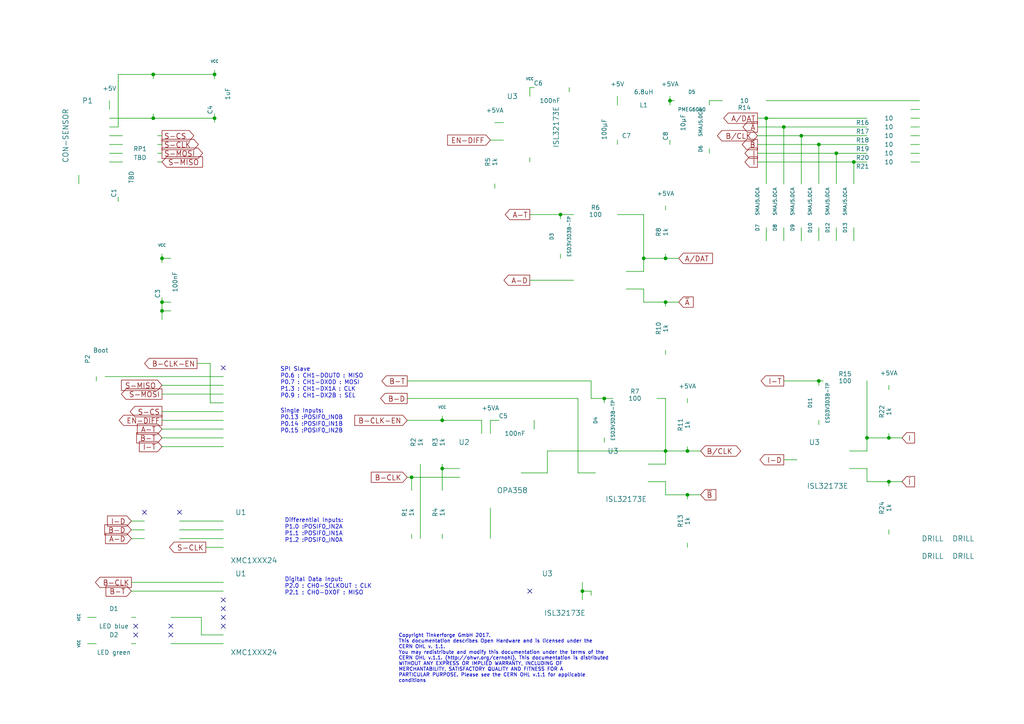
<source format=kicad_sch>
(kicad_sch (version 20230121) (generator eeschema)
  (paper "A4")
  (title_block (title "Industrial Encoder Bricklet") (date "2017-02-13") (rev "1.0") (company "Tinkerforge GmbH") (comment 1 "Licensed under CERN OHL v.1.1") (comment 2 "Copyright (©) 2017, B.Nordmeyer <bastian@tinkerforge.com>"))
  (lib_symbols)
  (junction (at 251.46 127))
  (junction (at 247.65 46.99))
  (junction (at 44.45 21.59))
  (junction (at 193.04 87.63))
  (junction (at 232.41 39.37))
  (junction (at 199.39 130.81))
  (junction (at 119.38 138.43))
  (junction (at 257.81 127))
  (junction (at 62.23 21.59))
  (junction (at 199.39 143.51))
  (junction (at 194.31 29.21))
  (junction (at 44.45 34.29))
  (junction (at 46.99 87.63))
  (junction (at 186.69 74.93))
  (junction (at 128.27 121.92))
  (junction (at 168.91 171.45))
  (junction (at 162.56 62.23))
  (junction (at 237.49 41.91))
  (junction (at 46.99 74.93))
  (junction (at 193.04 74.93))
  (junction (at 227.33 36.83))
  (junction (at 62.23 34.29))
  (junction (at 46.99 90.17))
  (junction (at 242.57 44.45))
  (junction (at 175.26 115.57))
  (junction (at 222.25 34.29))
  (junction (at 193.04 130.81))
  (junction (at 128.27 135.89))
  (junction (at 257.81 139.7))
  (junction (at 237.49 110.49))
  (no_connect (at 64.77 173.99))
  (no_connect (at 153.67 171.45))
  (no_connect (at 64.77 106.68))
  (no_connect (at 64.77 181.61))
  (no_connect (at 41.91 148.59))
  (no_connect (at 39.37 184.15))
  (no_connect (at 49.53 184.15))
  (no_connect (at 64.77 176.53))
  (no_connect (at 52.07 148.59))
  (no_connect (at 39.37 181.61))
  (no_connect (at 64.77 179.07))
  (no_connect (at 49.53 181.61))
  (wire (pts (xy 247.65 66.04) (xy 247.65 69.85)))
  (wire (pts (xy 128.27 121.92) (xy 128.27 120.65)))
  (wire (pts (xy 186.69 62.23) (xy 186.69 74.93)))
  (wire (pts (xy 175.26 115.57) (xy 177.8 115.57)))
  (wire (pts (xy 46.99 41.91) (xy 45.72 41.91)))
  (wire (pts (xy 64.77 127) (xy 46.99 127)))
  (wire (pts (xy 186.69 74.93) (xy 193.04 74.93)))
  (wire (pts (xy 205.74 29.21) (xy 209.55 29.21)))
  (wire (pts (xy 128.27 134.62) (xy 128.27 135.89)))
  (wire (pts (xy 158.75 130.81) (xy 158.75 137.16)))
  (wire (pts (xy 181.61 83.82) (xy 186.69 83.82)))
  (wire (pts (xy 257.81 125.73) (xy 257.81 127)))
  (wire (pts (xy 142.24 121.92) (xy 144.78 121.92)))
  (wire (pts (xy 227.33 36.83) (xy 251.46 36.83)))
  (wire (pts (xy 175.26 128.27) (xy 175.26 127)))
  (wire (pts (xy 143.51 35.56) (xy 146.05 35.56)))
  (wire (pts (xy 121.92 156.21) (xy 121.92 134.62)))
  (wire (pts (xy 237.49 41.91) (xy 237.49 53.34)))
  (wire (pts (xy 171.45 171.45) (xy 171.45 172.72)))
  (wire (pts (xy 38.1 186.69) (xy 39.37 186.69)))
  (wire (pts (xy 193.04 139.7) (xy 193.04 143.51)))
  (wire (pts (xy 205.74 30.48) (xy 205.74 29.21)))
  (wire (pts (xy 118.11 138.43) (xy 119.38 138.43)))
  (wire (pts (xy 199.39 130.81) (xy 203.2 130.81)))
  (wire (pts (xy 167.64 115.57) (xy 167.64 137.16)))
  (wire (pts (xy 251.46 130.81) (xy 246.38 130.81)))
  (wire (pts (xy 219.71 34.29) (xy 222.25 34.29)))
  (wire (pts (xy 49.53 186.69) (xy 64.77 186.69)))
  (wire (pts (xy 46.99 90.17) (xy 46.99 92.71)))
  (wire (pts (xy 38.1 179.07) (xy 39.37 179.07)))
  (wire (pts (xy 186.69 74.93) (xy 186.69 78.74)))
  (wire (pts (xy 257.81 154.94) (xy 257.81 153.67)))
  (wire (pts (xy 227.33 133.35) (xy 231.14 133.35)))
  (wire (pts (xy 27.94 110.49) (xy 27.94 109.22)))
  (wire (pts (xy 44.45 21.59) (xy 62.23 21.59)))
  (wire (pts (xy 242.57 66.04) (xy 242.57 69.85)))
  (wire (pts (xy 38.1 153.67) (xy 41.91 153.67)))
  (wire (pts (xy 64.77 121.92) (xy 46.99 121.92)))
  (wire (pts (xy 46.99 124.46) (xy 64.77 124.46)))
  (wire (pts (xy 153.67 27.94) (xy 153.67 25.4)))
  (wire (pts (xy 34.29 21.59) (xy 44.45 21.59)))
  (wire (pts (xy 222.25 69.85) (xy 222.25 66.04)))
  (wire (pts (xy 64.77 184.15) (xy 58.42 184.15)))
  (wire (pts (xy 46.99 46.99) (xy 45.72 46.99)))
  (wire (pts (xy 30.48 109.22) (xy 64.77 109.22)))
  (wire (pts (xy 128.27 121.92) (xy 139.7 121.92)))
  (wire (pts (xy 158.75 130.81) (xy 193.04 130.81)))
  (wire (pts (xy 31.75 31.75) (xy 31.75 29.21)))
  (wire (pts (xy 46.99 74.93) (xy 46.99 76.2)))
  (wire (pts (xy 257.81 127) (xy 261.62 127)))
  (wire (pts (xy 162.56 74.93) (xy 162.56 73.66)))
  (wire (pts (xy 237.49 110.49) (xy 238.76 110.49)))
  (wire (pts (xy 251.46 110.49) (xy 251.46 127)))
  (wire (pts (xy 266.7 34.29) (xy 264.16 34.29)))
  (wire (pts (xy 193.04 130.81) (xy 199.39 130.81)))
  (wire (pts (xy 62.23 34.29) (xy 62.23 35.56)))
  (wire (pts (xy 227.33 110.49) (xy 237.49 110.49)))
  (wire (pts (xy 46.99 111.76) (xy 64.77 111.76)))
  (wire (pts (xy 186.69 83.82) (xy 186.69 87.63)))
  (wire (pts (xy 25.4 186.69) (xy 27.94 186.69)))
  (wire (pts (xy 219.71 44.45) (xy 242.57 44.45)))
  (wire (pts (xy 199.39 144.78) (xy 199.39 143.51)))
  (wire (pts (xy 119.38 156.21) (xy 119.38 154.94)))
  (wire (pts (xy 44.45 22.86) (xy 44.45 21.59)))
  (wire (pts (xy 45.72 39.37) (xy 46.99 39.37)))
  (wire (pts (xy 142.24 125.73) (xy 142.24 121.92)))
  (wire (pts (xy 41.91 156.21) (xy 38.1 156.21)))
  (wire (pts (xy 232.41 69.85) (xy 232.41 66.04)))
  (wire (pts (xy 158.75 137.16) (xy 151.13 137.16)))
  (wire (pts (xy 142.24 156.21) (xy 142.24 147.32)))
  (wire (pts (xy 186.69 62.23) (xy 179.07 62.23)))
  (wire (pts (xy 34.29 36.83) (xy 31.75 36.83)))
  (wire (pts (xy 46.99 86.36) (xy 46.99 87.63)))
  (wire (pts (xy 139.7 121.92) (xy 139.7 125.73)))
  (wire (pts (xy 227.33 69.85) (xy 227.33 66.04)))
  (wire (pts (xy 199.39 129.54) (xy 199.39 130.81)))
  (wire (pts (xy 168.91 168.91) (xy 168.91 171.45)))
  (wire (pts (xy 199.39 143.51) (xy 203.2 143.51)))
  (wire (pts (xy 257.81 113.03) (xy 257.81 111.76)))
  (wire (pts (xy 193.04 74.93) (xy 196.85 74.93)))
  (wire (pts (xy 142.24 40.64) (xy 146.05 40.64)))
  (wire (pts (xy 60.96 105.41) (xy 57.15 105.41)))
  (wire (pts (xy 31.75 44.45) (xy 35.56 44.45)))
  (wire (pts (xy 34.29 21.59) (xy 34.29 36.83)))
  (wire (pts (xy 119.38 142.24) (xy 119.38 138.43)))
  (wire (pts (xy 257.81 140.97) (xy 257.81 139.7)))
  (wire (pts (xy 237.49 123.19) (xy 237.49 121.92)))
  (wire (pts (xy 34.29 58.42) (xy 34.29 57.15)))
  (wire (pts (xy 153.67 46.99) (xy 153.67 45.72)))
  (wire (pts (xy 199.39 158.75) (xy 199.39 157.48)))
  (wire (pts (xy 193.04 73.66) (xy 193.04 74.93)))
  (wire (pts (xy 219.71 39.37) (xy 232.41 39.37)))
  (wire (pts (xy 194.31 41.91) (xy 194.31 40.64)))
  (wire (pts (xy 171.45 115.57) (xy 175.26 115.57)))
  (wire (pts (xy 264.16 41.91) (xy 266.7 41.91)))
  (wire (pts (xy 118.11 110.49) (xy 171.45 110.49)))
  (wire (pts (xy 237.49 41.91) (xy 251.46 41.91)))
  (wire (pts (xy 193.04 88.9) (xy 193.04 87.63)))
  (wire (pts (xy 219.71 36.83) (xy 227.33 36.83)))
  (wire (pts (xy 222.25 34.29) (xy 222.25 53.34)))
  (wire (pts (xy 247.65 46.99) (xy 247.65 53.34)))
  (wire (pts (xy 52.07 151.13) (xy 64.77 151.13)))
  (wire (pts (xy 193.04 115.57) (xy 193.04 130.81)))
  (wire (pts (xy 62.23 21.59) (xy 62.23 22.86)))
  (wire (pts (xy 31.75 34.29) (xy 44.45 34.29)))
  (wire (pts (xy 119.38 138.43) (xy 133.35 138.43)))
  (wire (pts (xy 266.7 39.37) (xy 264.16 39.37)))
  (wire (pts (xy 251.46 135.89) (xy 251.46 139.7)))
  (wire (pts (xy 44.45 34.29) (xy 44.45 33.02)))
  (wire (pts (xy 193.04 134.62) (xy 187.96 134.62)))
  (wire (pts (xy 168.91 171.45) (xy 171.45 171.45)))
  (wire (pts (xy 193.04 115.57) (xy 190.5 115.57)))
  (wire (pts (xy 41.91 151.13) (xy 38.1 151.13)))
  (wire (pts (xy 31.75 39.37) (xy 35.56 39.37)))
  (wire (pts (xy 128.27 135.89) (xy 128.27 142.24)))
  (wire (pts (xy 128.27 156.21) (xy 128.27 154.94)))
  (wire (pts (xy 175.26 116.84) (xy 175.26 115.57)))
  (wire (pts (xy 167.64 137.16) (xy 172.72 137.16)))
  (wire (pts (xy 153.67 81.28) (xy 166.37 81.28)))
  (wire (pts (xy 227.33 36.83) (xy 227.33 53.34)))
  (wire (pts (xy 193.04 60.96) (xy 193.04 59.69)))
  (wire (pts (xy 46.99 73.66) (xy 46.99 74.93)))
  (wire (pts (xy 64.77 153.67) (xy 52.07 153.67)))
  (wire (pts (xy 222.25 34.29) (xy 251.46 34.29)))
  (wire (pts (xy 247.65 46.99) (xy 251.46 46.99)))
  (wire (pts (xy 46.99 114.3) (xy 64.77 114.3)))
  (wire (pts (xy 264.16 31.75) (xy 266.7 31.75)))
  (wire (pts (xy 49.53 74.93) (xy 46.99 74.93)))
  (wire (pts (xy 222.25 29.21) (xy 266.7 29.21)))
  (wire (pts (xy 162.56 62.23) (xy 166.37 62.23)))
  (wire (pts (xy 162.56 63.5) (xy 162.56 62.23)))
  (wire (pts (xy 165.1 26.67) (xy 165.1 25.4)))
  (wire (pts (xy 62.23 33.02) (xy 62.23 34.29)))
  (wire (pts (xy 45.72 44.45) (xy 46.99 44.45)))
  (wire (pts (xy 25.4 179.07) (xy 27.94 179.07)))
  (wire (pts (xy 251.46 127) (xy 257.81 127)))
  (wire (pts (xy 64.77 156.21) (xy 52.07 156.21)))
  (wire (pts (xy 232.41 39.37) (xy 232.41 53.34)))
  (wire (pts (xy 251.46 127) (xy 251.46 130.81)))
  (wire (pts (xy 46.99 87.63) (xy 49.53 87.63)))
  (wire (pts (xy 133.35 135.89) (xy 128.27 135.89)))
  (wire (pts (xy 143.51 54.61) (xy 143.51 53.34)))
  (wire (pts (xy 46.99 119.38) (xy 64.77 119.38)))
  (wire (pts (xy 44.45 34.29) (xy 62.23 34.29)))
  (wire (pts (xy 193.04 130.81) (xy 193.04 134.62)))
  (wire (pts (xy 64.77 116.84) (xy 60.96 116.84)))
  (wire (pts (xy 242.57 44.45) (xy 242.57 53.34)))
  (wire (pts (xy 194.31 29.21) (xy 195.58 29.21)))
  (wire (pts (xy 59.69 158.75) (xy 64.77 158.75)))
  (wire (pts (xy 193.04 143.51) (xy 199.39 143.51)))
  (wire (pts (xy 246.38 135.89) (xy 251.46 135.89)))
  (wire (pts (xy 186.69 78.74) (xy 181.61 78.74)))
  (wire (pts (xy 199.39 116.84) (xy 199.39 115.57)))
  (wire (pts (xy 46.99 129.54) (xy 64.77 129.54)))
  (wire (pts (xy 171.45 110.49) (xy 171.45 115.57)))
  (wire (pts (xy 58.42 184.15) (xy 58.42 179.07)))
  (wire (pts (xy 193.04 102.87) (xy 193.04 101.6)))
  (wire (pts (xy 257.81 139.7) (xy 261.62 139.7)))
  (wire (pts (xy 38.1 171.45) (xy 64.77 171.45)))
  (wire (pts (xy 168.91 171.45) (xy 168.91 173.99)))
  (wire (pts (xy 187.96 139.7) (xy 193.04 139.7)))
  (wire (pts (xy 49.53 90.17) (xy 46.99 90.17)))
  (wire (pts (xy 186.69 87.63) (xy 193.04 87.63)))
  (wire (pts (xy 38.1 168.91) (xy 64.77 168.91)))
  (wire (pts (xy 153.67 62.23) (xy 162.56 62.23)))
  (wire (pts (xy 118.11 121.92) (xy 128.27 121.92)))
  (wire (pts (xy 237.49 66.04) (xy 237.49 69.85)))
  (wire (pts (xy 118.11 115.57) (xy 167.64 115.57)))
  (wire (pts (xy 179.07 27.94) (xy 179.07 30.48)))
  (wire (pts (xy 242.57 44.45) (xy 251.46 44.45)))
  (wire (pts (xy 22.86 53.34) (xy 22.86 50.8)))
  (wire (pts (xy 31.75 46.99) (xy 35.56 46.99)))
  (wire (pts (xy 205.74 44.45) (xy 205.74 43.18)))
  (wire (pts (xy 219.71 41.91) (xy 237.49 41.91)))
  (wire (pts (xy 194.31 29.21) (xy 194.31 30.48)))
  (wire (pts (xy 31.75 41.91) (xy 35.56 41.91)))
  (wire (pts (xy 232.41 39.37) (xy 251.46 39.37)))
  (wire (pts (xy 154.94 121.92) (xy 154.94 124.46)))
  (wire (pts (xy 264.16 44.45) (xy 266.7 44.45)))
  (wire (pts (xy 219.71 46.99) (xy 247.65 46.99)))
  (wire (pts (xy 266.7 36.83) (xy 264.16 36.83)))
  (wire (pts (xy 49.53 179.07) (xy 58.42 179.07)))
  (wire (pts (xy 179.07 41.91) (xy 179.07 40.64)))
  (wire (pts (xy 251.46 139.7) (xy 257.81 139.7)))
  (wire (pts (xy 60.96 116.84) (xy 60.96 105.41)))
  (wire (pts (xy 194.31 27.94) (xy 194.31 29.21)))
  (wire (pts (xy 62.23 20.32) (xy 62.23 21.59)))
  (wire (pts (xy 153.67 25.4) (xy 154.94 25.4)))
  (wire (pts (xy 46.99 87.63) (xy 46.99 90.17)))
  (wire (pts (xy 264.16 46.99) (xy 266.7 46.99)))
  (wire (pts (xy 237.49 111.76) (xy 237.49 110.49)))
  (wire (pts (xy 193.04 87.63) (xy 196.85 87.63)))
  (text "Differential Inputs:\nP1.0 :POSIF0_IN2A\nP1.1 :POSIF0_IN1A\nP1.2 :POSIF0_IN0A\n" (at 82.55 157.48 0) (effects (font (size 1.1938 1.1938)) (justify left bottom)))
  (text "Single Inputs:\nP0.13 :POSIF0_IN0B\nP0.14 :POSIF0_IN1B\nP0.15 :POSIF0_IN2B" (at 81.28 125.73 0) (effects (font (size 1.1938 1.1938)) (justify left bottom)))
  (text "Copyright Tinkerforge GmbH 2017.\nThis documentation describes Open Hardware and is licensed under the\nCERN OHL v. 1.1.\nYou may redistribute and modify this documentation under the terms of the\nCERN OHL v.1.1. (http://ohwr.org/cernohl). This documentation is distributed\nWITHOUT ANY EXPRESS OR IMPLIED WARRANTY, INCLUDING OF\nMERCHANTABILITY, SATISFACTORY QUALITY AND FITNESS FOR A\nPARTICULAR PURPOSE. Please see the CERN OHL v.1.1 for applicable\nconditions\n" (at 115.57 198.12 0) (effects (font (size 1.016 1.016)) (justify left bottom)))
  (text "SPI Slave\nP0.6 : CH1-DOUT0 : MISO\nP0.7 : CH1-DX0D : MOSI\nP1.3 : CH1-DX1A : CLK\nP0.9 : CH1-DX2B : SEL\n" (at 81.28 115.57 0) (effects (font (size 1.1938 1.1938)) (justify left bottom)))
  (text "Digital Data Input:\nP2.0 : CH0-SCLKOUT : CLK\nP2.1 : CH0-DX0F : MISO" (at 82.55 172.72 0) (effects (font (size 1.1938 1.1938)) (justify left bottom)))
  (global_label "I-T" (shape input) (at 46.99 129.54 180) (effects (font (size 1.4986 1.4986))) (property "Intersheetrefs" "${INTERSHEET_REFS}" (effects hide)))
  (global_label "B-D" (shape input) (at 38.1 153.67 180) (effects (font (size 1.4986 1.4986))) (property "Intersheetrefs" "${INTERSHEET_REFS}" (effects hide)))
  (global_label "A/DAT" (shape output) (at 219.71 34.29 180) (effects (font (size 1.524 1.524))) (property "Intersheetrefs" "${INTERSHEET_REFS}" (effects hide)))
  (global_label "S-MOSI" (shape output) (at 46.99 44.45 0) (effects (font (size 1.524 1.524))) (property "Intersheetrefs" "${INTERSHEET_REFS}" (effects hide)))
  (global_label "I" (shape output) (at 219.71 44.45 180) (effects (font (size 1.524 1.524))) (property "Intersheetrefs" "${INTERSHEET_REFS}" (effects hide)))
  (global_label "~{A}" (shape input) (at 196.85 87.63 0) (effects (font (size 1.524 1.524))) (property "Intersheetrefs" "${INTERSHEET_REFS}" (effects hide)))
  (global_label "B-D" (shape output) (at 118.11 115.57 180) (effects (font (size 1.4986 1.4986))) (property "Intersheetrefs" "${INTERSHEET_REFS}" (effects hide)))
  (global_label "S-CS" (shape output) (at 46.99 119.38 180) (effects (font (size 1.524 1.524))) (property "Intersheetrefs" "${INTERSHEET_REFS}" (effects hide)))
  (global_label "~{I}" (shape output) (at 219.71 46.99 180) (effects (font (size 1.524 1.524))) (property "Intersheetrefs" "${INTERSHEET_REFS}" (effects hide)))
  (global_label "~{I}" (shape input) (at 261.62 139.7 0) (effects (font (size 1.524 1.524))) (property "Intersheetrefs" "${INTERSHEET_REFS}" (effects hide)))
  (global_label "A-D" (shape output) (at 153.67 81.28 180) (effects (font (size 1.4986 1.4986))) (property "Intersheetrefs" "${INTERSHEET_REFS}" (effects hide)))
  (global_label "A-T" (shape input) (at 46.99 124.46 180) (effects (font (size 1.4986 1.4986))) (property "Intersheetrefs" "${INTERSHEET_REFS}" (effects hide)))
  (global_label "B-CLK" (shape input) (at 118.11 138.43 180) (effects (font (size 1.4986 1.4986))) (property "Intersheetrefs" "${INTERSHEET_REFS}" (effects hide)))
  (global_label "B-T" (shape input) (at 46.99 127 180) (effects (font (size 1.4986 1.4986))) (property "Intersheetrefs" "${INTERSHEET_REFS}" (effects hide)))
  (global_label "B/CLK" (shape bidirectional) (at 219.71 39.37 180) (effects (font (size 1.524 1.524))) (property "Intersheetrefs" "${INTERSHEET_REFS}" (effects hide)))
  (global_label "A-T" (shape output) (at 153.67 62.23 180) (effects (font (size 1.4986 1.4986))) (property "Intersheetrefs" "${INTERSHEET_REFS}" (effects hide)))
  (global_label "S-CS" (shape output) (at 46.99 39.37 0) (effects (font (size 1.524 1.524))) (property "Intersheetrefs" "${INTERSHEET_REFS}" (effects hide)))
  (global_label "S-CLK" (shape output) (at 59.69 158.75 180) (effects (font (size 1.524 1.524))) (property "Intersheetrefs" "${INTERSHEET_REFS}" (effects hide)))
  (global_label "B-CLK" (shape output) (at 38.1 168.91 180) (effects (font (size 1.4986 1.4986))) (property "Intersheetrefs" "${INTERSHEET_REFS}" (effects hide)))
  (global_label "~{A}" (shape output) (at 219.71 36.83 180) (effects (font (size 1.524 1.524))) (property "Intersheetrefs" "${INTERSHEET_REFS}" (effects hide)))
  (global_label "S-MISO" (shape input) (at 46.99 46.99 0) (effects (font (size 1.524 1.524))) (property "Intersheetrefs" "${INTERSHEET_REFS}" (effects hide)))
  (global_label "A/DAT" (shape input) (at 196.85 74.93 0) (effects (font (size 1.524 1.524))) (property "Intersheetrefs" "${INTERSHEET_REFS}" (effects hide)))
  (global_label "EN-DIFF" (shape input) (at 142.24 40.64 180) (effects (font (size 1.4986 1.4986))) (property "Intersheetrefs" "${INTERSHEET_REFS}" (effects hide)))
  (global_label "S-CLK" (shape output) (at 46.99 41.91 0) (effects (font (size 1.524 1.524))) (property "Intersheetrefs" "${INTERSHEET_REFS}" (effects hide)))
  (global_label "~{B}" (shape input) (at 203.2 143.51 0) (effects (font (size 1.524 1.524))) (property "Intersheetrefs" "${INTERSHEET_REFS}" (effects hide)))
  (global_label "B/CLK" (shape bidirectional) (at 203.2 130.81 0) (effects (font (size 1.524 1.524))) (property "Intersheetrefs" "${INTERSHEET_REFS}" (effects hide)))
  (global_label "S-MISO" (shape input) (at 46.99 111.76 180) (effects (font (size 1.524 1.524))) (property "Intersheetrefs" "${INTERSHEET_REFS}" (effects hide)))
  (global_label "~{B}" (shape output) (at 219.71 41.91 180) (effects (font (size 1.524 1.524))) (property "Intersheetrefs" "${INTERSHEET_REFS}" (effects hide)))
  (global_label "B-CLK-EN" (shape input) (at 118.11 121.92 180) (effects (font (size 1.4986 1.4986))) (property "Intersheetrefs" "${INTERSHEET_REFS}" (effects hide)))
  (global_label "A-D" (shape input) (at 38.1 156.21 180) (effects (font (size 1.4986 1.4986))) (property "Intersheetrefs" "${INTERSHEET_REFS}" (effects hide)))
  (global_label "I-D" (shape input) (at 38.1 151.13 180) (effects (font (size 1.4986 1.4986))) (property "Intersheetrefs" "${INTERSHEET_REFS}" (effects hide)))
  (global_label "I-D" (shape output) (at 227.33 133.35 180) (effects (font (size 1.4986 1.4986))) (property "Intersheetrefs" "${INTERSHEET_REFS}" (effects hide)))
  (global_label "B-T" (shape output) (at 118.11 110.49 180) (effects (font (size 1.4986 1.4986))) (property "Intersheetrefs" "${INTERSHEET_REFS}" (effects hide)))
  (global_label "EN-DIFF" (shape output) (at 46.99 121.92 180) (effects (font (size 1.4986 1.4986))) (property "Intersheetrefs" "${INTERSHEET_REFS}" (effects hide)))
  (global_label "S-MOSI" (shape output) (at 46.99 114.3 180) (effects (font (size 1.524 1.524))) (property "Intersheetrefs" "${INTERSHEET_REFS}" (effects hide)))
  (global_label "I" (shape input) (at 261.62 127 0) (effects (font (size 1.524 1.524))) (property "Intersheetrefs" "${INTERSHEET_REFS}" (effects hide)))
  (global_label "B-CLK-EN" (shape output) (at 57.15 105.41 180) (effects (font (size 1.4986 1.4986))) (property "Intersheetrefs" "${INTERSHEET_REFS}" (effects hide)))
  (global_label "B-T" (shape input) (at 38.1 171.45 180) (effects (font (size 1.4986 1.4986))) (property "Intersheetrefs" "${INTERSHEET_REFS}" (effects hide)))
  (global_label "I-T" (shape output) (at 227.33 110.49 180) (effects (font (size 1.4986 1.4986))) (property "Intersheetrefs" "${INTERSHEET_REFS}" (effects hide)))
  (symbol (lib_id "CON-SENSOR2") (at 22.86 39.37 0) (mirror y) (unit 1)
    (property "Reference" "P1" (at 25.4 29.21 0) (effects (font (size 1.524 1.524))))
    (property "Value" "CON-SENSOR" (at 19.05 39.37 90) (effects (font (size 1.524 1.524))))
    (property "Footprint" "kicad-libraries:CON-SENSOR2" (effects hide))
  )
  (symbol (lib_id "DRILL") (at 279.4 156.21 0) (unit 1)
    (property "Reference" "U6" (effects hide))
    (property "Value" "DRILL" (at 279.4 156.21 0) (effects (font (size 1.524 1.524))))
    (property "Footprint" "kicad-libraries:DRILL_NP" (effects hide))
  )
  (symbol (lib_id "DRILL") (at 279.4 161.29 0) (unit 1)
    (property "Reference" "U7" (effects hide))
    (property "Value" "DRILL" (at 279.4 161.29 0) (effects (font (size 1.524 1.524))))
    (property "Footprint" "kicad-libraries:DRILL_NP" (effects hide))
  )
  (symbol (lib_id "DRILL") (at 270.51 161.29 0) (unit 1)
    (property "Reference" "U5" (effects hide))
    (property "Value" "DRILL" (at 270.51 161.29 0) (effects (font (size 1.524 1.524))))
    (property "Footprint" "kicad-libraries:DRILL_NP" (effects hide))
  )
  (symbol (lib_id "DRILL") (at 270.51 156.21 0) (unit 1)
    (property "Reference" "U4" (effects hide))
    (property "Value" "DRILL" (at 270.51 156.21 0) (effects (font (size 1.524 1.524))))
    (property "Footprint" "kicad-libraries:DRILL_NP" (effects hide))
  )
  (symbol (lib_id "C") (at 44.45 27.94 180) (unit 1)
    (property "Reference" "C2" (at 43.18 30.48 90) (effects (justify left)))
    (property "Value" "10uF" (at 48.26 25.4 90) (effects (justify left)))
    (property "Footprint" "kicad-libraries:C0805" (effects hide))
  )
  (symbol (lib_id "XMC1XXX24") (at 73.66 177.8 0) (unit 4)
    (property "Reference" "U1" (at 69.85 166.37 0) (effects (font (size 1.524 1.524))))
    (property "Value" "XMC1XXX24" (at 73.66 189.23 0) (effects (font (size 1.524 1.524))))
    (property "Footprint" "kicad-libraries:QFN24-4x4mm-0.5mm" (effects hide))
  )
  (symbol (lib_id "XMC1XXX24") (at 58.42 82.55 0) (unit 1)
    (property "Reference" "U1" (at 54.61 72.39 0) (effects (font (size 1.524 1.524))))
    (property "Value" "XMC1XXX24" (at 59.69 93.98 0) (effects (font (size 1.524 1.524))))
    (property "Footprint" "kicad-libraries:QFN24-4x4mm-0.5mm" (effects hide))
  )
  (symbol (lib_id "XMC1XXX24") (at 73.66 154.94 0) (unit 3)
    (property "Reference" "U1" (at 69.85 148.59 0) (effects (font (size 1.524 1.524))))
    (property "Value" "XMC1XXX24" (at 73.66 162.56 0) (effects (font (size 1.524 1.524))))
    (property "Footprint" "kicad-libraries:QFN24-4x4mm-0.5mm" (effects hide))
  )
  (symbol (lib_id "XMC1XXX24") (at 73.66 118.11 0) (unit 2)
    (property "Reference" "U1" (at 69.85 104.14 0) (effects (font (size 1.524 1.524))))
    (property "Value" "XMC1XXX24" (at 73.66 132.08 0) (effects (font (size 1.524 1.524))))
    (property "Footprint" "kicad-libraries:QFN24-4x4mm-0.5mm" (effects hide))
  )
  (symbol (lib_id "GND") (at 22.86 53.34 0) (unit 1)
    (property "Reference" "#PWR01" (effects hide))
    (property "Value" "GND" (effects hide))
  )
  (symbol (lib_id "GND") (at 46.99 92.71 0) (unit 1)
    (property "Reference" "#PWR02" (effects hide))
    (property "Value" "GND" (effects hide))
  )
  (symbol (lib_id "C") (at 62.23 27.94 180) (unit 1)
    (property "Reference" "C4" (at 60.96 30.48 90) (effects (justify left)))
    (property "Value" "1uF" (at 66.04 25.4 90) (effects (justify left)))
    (property "Footprint" "kicad-libraries:C0603F" (effects hide))
  )
  (symbol (lib_id "GND") (at 62.23 35.56 0) (unit 1)
    (property "Reference" "#PWR03" (effects hide))
    (property "Value" "GND" (effects hide))
  )
  (symbol (lib_id "VCC") (at 62.23 20.32 0) (unit 1)
    (property "Reference" "#PWR04" (effects hide))
    (property "Value" "VCC" (at 62.23 17.78 0) (effects (font (size 0.762 0.762))))
  )
  (symbol (lib_id "C") (at 46.99 81.28 180) (unit 1)
    (property "Reference" "C3" (at 45.72 83.82 90) (effects (justify left)))
    (property "Value" "100nF" (at 50.8 78.74 90) (effects (justify left)))
    (property "Footprint" "kicad-libraries:C0603F" (effects hide))
  )
  (symbol (lib_id "VCC") (at 46.99 73.66 0) (unit 1)
    (property "Reference" "#PWR05" (effects hide))
    (property "Value" "VCC" (at 46.99 71.12 0) (effects (font (size 0.762 0.762))))
  )
  (symbol (lib_id "LED") (at 33.02 179.07 0) (unit 1)
    (property "Reference" "D1" (at 33.02 176.53 0))
    (property "Value" "LED blue" (at 33.02 181.61 0))
    (property "Footprint" "kicad-libraries:D0603E" (effects hide))
  )
  (symbol (lib_id "VCC") (at 25.4 179.07 90) (unit 1)
    (property "Reference" "#PWR06" (effects hide))
    (property "Value" "VCC" (at 22.86 179.07 0) (effects (font (size 0.762 0.762))))
  )
  (symbol (lib_id "CONN_01X02") (at 29.21 104.14 90) (unit 1)
    (property "Reference" "P2" (at 25.4 104.14 0))
    (property "Value" "Boot" (at 29.21 101.6 90))
    (property "Footprint" "kicad-libraries:SolderJumper" (effects hide))
  )
  (symbol (lib_id "GND") (at 27.94 110.49 0) (mirror y) (unit 1)
    (property "Reference" "#PWR07" (effects hide))
    (property "Value" "GND" (effects hide))
  )
  (symbol (lib_id "LED") (at 33.02 186.69 0) (unit 1)
    (property "Reference" "D2" (at 33.02 184.15 0))
    (property "Value" "LED green" (at 33.02 189.23 0))
    (property "Footprint" "kicad-libraries:D0603E" (effects hide))
  )
  (symbol (lib_id "VCC") (at 25.4 186.69 90) (unit 1)
    (property "Reference" "#PWR043" (effects hide))
    (property "Value" "VCC" (at 22.86 186.69 0) (effects (font (size 0.762 0.762))))
  )
  (symbol (lib_id "R_PACK4") (at 44.45 187.96 0) (unit 1)
    (property "Reference" "RP2" (at 44.45 182.88 0))
    (property "Value" "1k" (at 44.45 185.42 0))
    (property "Footprint" "kicad-libraries:0603X4" (effects hide))
  )
  (symbol (lib_id "CONN_8") (at 275.59 38.1 0) (unit 1)
    (property "Reference" "P3" (at 274.32 38.1 90) (effects (font (size 1.524 1.524))))
    (property "Value" "CONN_8" (at 276.86 38.1 90) (effects (font (size 1.524 1.524))))
    (property "Footprint" "OQ_8P" (effects hide))
  )
  (symbol (lib_id "+5V") (at 31.75 29.21 0) (unit 1)
    (property "Reference" "#PWR08" (effects hide))
    (property "Value" "+5V" (at 31.75 25.654 0))
  )
  (symbol (lib_id "+5V") (at 179.07 27.94 0) (unit 1)
    (property "Reference" "#PWR09" (effects hide))
    (property "Value" "+5V" (at 179.07 24.384 0))
  )
  (symbol (lib_id "CP1") (at 179.07 35.56 0) (unit 1)
    (property "Reference" "C7" (at 180.34 39.37 0) (effects (justify left)))
    (property "Value" "100µF" (at 175.26 40.64 90) (effects (justify left)))
    (property "Footprint" "3528-21" (effects hide))
  )
  (symbol (lib_id "DIODESCH") (at 200.66 29.21 0) (unit 1)
    (property "Reference" "D5" (at 200.66 26.67 0) (effects (font (size 1.016 1.016))))
    (property "Value" "PMEG6050" (at 200.66 31.75 0) (effects (font (size 1.016 1.016))))
    (property "Footprint" "SOD-128" (effects hide))
  )
  (symbol (lib_id "GND") (at 179.07 41.91 0) (unit 1)
    (property "Reference" "#PWR010" (effects hide))
    (property "Value" "GND" (effects hide))
  )
  (symbol (lib_id "GND") (at 205.74 44.45 0) (unit 1)
    (property "Reference" "#PWR011" (effects hide))
    (property "Value" "GND" (effects hide))
  )
  (symbol (lib_id "INDUCTOR") (at 186.69 29.21 90) (unit 1)
    (property "Reference" "L1" (at 186.69 30.48 90))
    (property "Value" "6.8uH" (at 186.69 26.67 90))
    (property "Footprint" "kicad-libraries:WE-LQ-1210" (effects hide))
  )
  (symbol (lib_id "C") (at 194.31 35.56 180) (unit 1)
    (property "Reference" "C8" (at 193.04 38.1 90) (effects (justify left)))
    (property "Value" "10µF" (at 198.12 33.02 90) (effects (justify left)))
    (property "Footprint" "kicad-libraries:C0805" (effects hide))
  )
  (symbol (lib_id "GND") (at 194.31 41.91 0) (unit 1)
    (property "Reference" "#PWR012" (effects hide))
    (property "Value" "GND" (effects hide))
  )
  (symbol (lib_id "GND") (at 264.16 31.75 270) (unit 1)
    (property "Reference" "#PWR013" (effects hide))
    (property "Value" "GND" (effects hide))
  )
  (symbol (lib_id "R") (at 215.9 29.21 270) (unit 1)
    (property "Reference" "R14" (at 215.9 31.242 90))
    (property "Value" "10" (at 215.9 29.21 90))
    (property "Footprint" "R1206" (effects hide))
  )
  (symbol (lib_id "OPA358") (at 142.24 137.16 0) (unit 1)
    (property "Reference" "U2" (at 134.62 128.27 0) (effects (font (size 1.524 1.524))))
    (property "Value" "OPA358" (at 148.59 142.24 0) (effects (font (size 1.524 1.524))))
    (property "Footprint" "SC70-6" (effects hide))
  )
  (symbol (lib_id "R") (at 257.81 34.29 270) (unit 1)
    (property "Reference" "R16" (at 250.19 35.56 90))
    (property "Value" "10" (at 257.81 34.29 90))
    (property "Footprint" "R1206" (effects hide))
  )
  (symbol (lib_id "R") (at 257.81 36.83 270) (unit 1)
    (property "Reference" "R17" (at 250.19 38.1 90))
    (property "Value" "10" (at 257.81 36.83 90))
    (property "Footprint" "R1206" (effects hide))
  )
  (symbol (lib_id "R") (at 257.81 39.37 270) (unit 1)
    (property "Reference" "R18" (at 250.19 40.64 90))
    (property "Value" "10" (at 257.81 39.37 90))
    (property "Footprint" "R1206" (effects hide))
  )
  (symbol (lib_id "R") (at 257.81 41.91 270) (unit 1)
    (property "Reference" "R19" (at 250.19 43.18 90))
    (property "Value" "10" (at 257.81 41.91 90))
    (property "Footprint" "R1206" (effects hide))
  )
  (symbol (lib_id "R") (at 257.81 44.45 270) (unit 1)
    (property "Reference" "R20" (at 250.19 45.72 90))
    (property "Value" "10" (at 257.81 44.45 90))
    (property "Footprint" "R1206" (effects hide))
  )
  (symbol (lib_id "R") (at 257.81 46.99 270) (unit 1)
    (property "Reference" "R21" (at 250.19 48.26 90))
    (property "Value" "10" (at 257.81 46.99 90))
    (property "Footprint" "R1206" (effects hide))
  )
  (symbol (lib_id "TVS") (at 247.65 59.69 270) (unit 1)
    (property "Reference" "D13" (at 245.11 66.04 0) (effects (font (size 1.016 1.016))))
    (property "Value" "SMAJ5.0CA" (at 245.11 58.42 0) (effects (font (size 1.016 1.016))))
    (property "Footprint" "DO-214AC" (effects hide))
  )
  (symbol (lib_id "TVS") (at 242.57 59.69 270) (unit 1)
    (property "Reference" "D12" (at 240.03 66.04 0) (effects (font (size 1.016 1.016))))
    (property "Value" "SMAJ5.0CA" (at 240.03 58.42 0) (effects (font (size 1.016 1.016))))
    (property "Footprint" "DO-214AC" (effects hide))
  )
  (symbol (lib_id "TVS") (at 237.49 59.69 270) (unit 1)
    (property "Reference" "D10" (at 234.95 66.04 0) (effects (font (size 1.016 1.016))))
    (property "Value" "SMAJ5.0CA" (at 234.95 58.42 0) (effects (font (size 1.016 1.016))))
    (property "Footprint" "DO-214AC" (effects hide))
  )
  (symbol (lib_id "TVS") (at 232.41 59.69 270) (unit 1)
    (property "Reference" "D9" (at 229.87 66.04 0) (effects (font (size 1.016 1.016))))
    (property "Value" "SMAJ5.0CA" (at 229.87 58.42 0) (effects (font (size 1.016 1.016))))
    (property "Footprint" "DO-214AC" (effects hide))
  )
  (symbol (lib_id "TVS") (at 227.33 59.69 270) (unit 1)
    (property "Reference" "D8" (at 224.79 66.04 0) (effects (font (size 1.016 1.016))))
    (property "Value" "SMAJ5.0CA" (at 224.79 58.42 0) (effects (font (size 1.016 1.016))))
    (property "Footprint" "DO-214AC" (effects hide))
  )
  (symbol (lib_id "TVS") (at 222.25 59.69 270) (unit 1)
    (property "Reference" "D7" (at 219.71 66.04 0) (effects (font (size 1.016 1.016))))
    (property "Value" "SMAJ5.0CA" (at 219.71 58.42 0) (effects (font (size 1.016 1.016))))
    (property "Footprint" "DO-214AC" (effects hide))
  )
  (symbol (lib_id "GND") (at 247.65 69.85 0) (unit 1)
    (property "Reference" "#PWR014" (effects hide))
    (property "Value" "GND" (effects hide))
  )
  (symbol (lib_id "GND") (at 242.57 69.85 0) (unit 1)
    (property "Reference" "#PWR015" (effects hide))
    (property "Value" "GND" (effects hide))
  )
  (symbol (lib_id "GND") (at 237.49 69.85 0) (unit 1)
    (property "Reference" "#PWR016" (effects hide))
    (property "Value" "GND" (effects hide))
  )
  (symbol (lib_id "GND") (at 232.41 69.85 0) (unit 1)
    (property "Reference" "#PWR017" (effects hide))
    (property "Value" "GND" (effects hide))
  )
  (symbol (lib_id "GND") (at 227.33 69.85 0) (unit 1)
    (property "Reference" "#PWR018" (effects hide))
    (property "Value" "GND" (effects hide))
  )
  (symbol (lib_id "GND") (at 222.25 69.85 0) (unit 1)
    (property "Reference" "#PWR019" (effects hide))
    (property "Value" "GND" (effects hide))
  )
  (symbol (lib_id "R") (at 193.04 81.28 180) (unit 1)
    (property "Reference" "R9" (at 191.008 81.28 90))
    (property "Value" "150" (at 193.04 81.28 90))
    (property "Footprint" "R0603F" (effects hide))
  )
  (symbol (lib_id "R") (at 193.04 67.31 180) (unit 1)
    (property "Reference" "R8" (at 191.008 67.31 90))
    (property "Value" "1k" (at 193.04 67.31 90))
    (property "Footprint" "R0603F" (effects hide))
  )
  (symbol (lib_id "R") (at 193.04 95.25 180) (unit 1)
    (property "Reference" "R10" (at 191.008 95.25 90))
    (property "Value" "1k" (at 193.04 95.25 90))
    (property "Footprint" "R0603F" (effects hide))
  )
  (symbol (lib_id "GND") (at 193.04 102.87 0) (unit 1)
    (property "Reference" "#PWR020" (effects hide))
    (property "Value" "GND" (effects hide))
  )
  (symbol (lib_id "+5VA") (at 194.31 27.94 0) (unit 1)
    (property "Reference" "#PWR021" (effects hide))
    (property "Value" "+5VA" (at 194.31 24.384 0))
  )
  (symbol (lib_id "+5VA") (at 193.04 59.69 0) (unit 1)
    (property "Reference" "#PWR022" (effects hide))
    (property "Value" "+5VA" (at 193.04 56.134 0))
  )
  (symbol (lib_id "ISL32173E") (at 153.67 38.1 0) (unit 1)
    (property "Reference" "U3" (at 148.59 27.94 0) (effects (font (size 1.4986 1.4986))))
    (property "Value" "ISL32173E" (at 161.29 36.83 90) (effects (font (size 1.4986 1.4986))))
    (property "Footprint" "SOIC16" (effects hide))
  )
  (symbol (lib_id "ISL32173E") (at 173.99 81.28 0) (mirror y) (unit 3)
    (property "Reference" "U3" (at 171.45 76.2 0) (effects (font (size 1.4986 1.4986))))
    (property "Value" "ISL32173E" (at 173.99 88.9 0) (effects (font (size 1.4986 1.4986))))
    (property "Footprint" "SOIC16" (effects hide))
  )
  (symbol (lib_id "ISL32173E") (at 180.34 137.16 0) (mirror y) (unit 4)
    (property "Reference" "U3" (at 177.8 130.81 0) (effects (font (size 1.4986 1.4986))))
    (property "Value" "ISL32173E" (at 181.61 144.78 0) (effects (font (size 1.4986 1.4986))))
    (property "Footprint" "SOIC16" (effects hide))
  )
  (symbol (lib_id "ISL32173E") (at 238.76 133.35 0) (mirror y) (unit 5)
    (property "Reference" "U3" (at 236.22 128.27 0) (effects (font (size 1.4986 1.4986))))
    (property "Value" "ISL32173E" (at 240.03 140.97 0) (effects (font (size 1.4986 1.4986))))
    (property "Footprint" "SOIC16" (effects hide))
  )
  (symbol (lib_id "ISL32173E") (at 161.29 171.45 0) (mirror y) (unit 2)
    (property "Reference" "U3" (at 158.75 166.37 0) (effects (font (size 1.4986 1.4986))))
    (property "Value" "ISL32173E" (at 163.83 177.8 0) (effects (font (size 1.4986 1.4986))))
    (property "Footprint" "SOIC16" (effects hide))
  )
  (symbol (lib_id "GND") (at 171.45 172.72 0) (unit 1)
    (property "Reference" "#PWR023" (effects hide))
    (property "Value" "GND" (effects hide))
  )
  (symbol (lib_id "R") (at 199.39 137.16 180) (unit 1)
    (property "Reference" "R12" (at 197.358 137.16 90))
    (property "Value" "150" (at 199.39 137.16 90))
    (property "Footprint" "R0603F" (effects hide))
  )
  (symbol (lib_id "R") (at 199.39 123.19 180) (unit 1)
    (property "Reference" "R11" (at 197.358 123.19 90))
    (property "Value" "1k" (at 199.39 123.19 90))
    (property "Footprint" "R0603F" (effects hide))
  )
  (symbol (lib_id "R") (at 199.39 151.13 180) (unit 1)
    (property "Reference" "R13" (at 197.358 151.13 90))
    (property "Value" "1k" (at 199.39 151.13 90))
    (property "Footprint" "R0603F" (effects hide))
  )
  (symbol (lib_id "GND") (at 199.39 158.75 0) (unit 1)
    (property "Reference" "#PWR024" (effects hide))
    (property "Value" "GND" (effects hide))
  )
  (symbol (lib_id "+5VA") (at 199.39 115.57 0) (unit 1)
    (property "Reference" "#PWR025" (effects hide))
    (property "Value" "+5VA" (at 199.39 112.014 0))
  )
  (symbol (lib_id "R") (at 257.81 133.35 180) (unit 1)
    (property "Reference" "R23" (at 255.778 133.35 90))
    (property "Value" "150" (at 257.81 133.35 90))
    (property "Footprint" "R0603F" (effects hide))
  )
  (symbol (lib_id "R") (at 257.81 119.38 180) (unit 1)
    (property "Reference" "R22" (at 255.778 119.38 90))
    (property "Value" "1k" (at 257.81 119.38 90))
    (property "Footprint" "R0603F" (effects hide))
  )
  (symbol (lib_id "R") (at 257.81 147.32 180) (unit 1)
    (property "Reference" "R24" (at 255.778 147.32 90))
    (property "Value" "1k" (at 257.81 147.32 90))
    (property "Footprint" "R0603F" (effects hide))
  )
  (symbol (lib_id "GND") (at 257.81 154.94 0) (unit 1)
    (property "Reference" "#PWR026" (effects hide))
    (property "Value" "GND" (effects hide))
  )
  (symbol (lib_id "+5VA") (at 257.81 111.76 0) (unit 1)
    (property "Reference" "#PWR027" (effects hide))
    (property "Value" "+5VA" (at 257.81 108.204 0))
  )
  (symbol (lib_id "R") (at 128.27 128.27 180) (unit 1)
    (property "Reference" "R3" (at 126.238 128.27 90))
    (property "Value" "1k" (at 128.27 128.27 90))
    (property "Footprint" "R0603F" (effects hide))
  )
  (symbol (lib_id "R") (at 128.27 148.59 180) (unit 1)
    (property "Reference" "R4" (at 126.238 148.59 90))
    (property "Value" "1k" (at 128.27 148.59 90))
    (property "Footprint" "R0603F" (effects hide))
  )
  (symbol (lib_id "GND") (at 128.27 156.21 0) (unit 1)
    (property "Reference" "#PWR028" (effects hide))
    (property "Value" "GND" (effects hide))
  )
  (symbol (lib_id "VCC") (at 128.27 120.65 0) (unit 1)
    (property "Reference" "#PWR029" (effects hide))
    (property "Value" "VCC" (at 128.27 118.11 0) (effects (font (size 0.762 0.762))))
  )
  (symbol (lib_id "+5VA") (at 142.24 121.92 0) (unit 1)
    (property "Reference" "#PWR030" (effects hide))
    (property "Value" "+5VA" (at 142.24 118.364 0))
  )
  (symbol (lib_id "R") (at 121.92 128.27 180) (unit 1)
    (property "Reference" "R2" (at 119.888 128.27 90))
    (property "Value" "1k" (at 121.92 128.27 90))
    (property "Footprint" "R0603F" (effects hide))
  )
  (symbol (lib_id "GND") (at 121.92 156.21 0) (unit 1)
    (property "Reference" "#PWR031" (effects hide))
    (property "Value" "GND" (effects hide))
  )
  (symbol (lib_id "TVS") (at 205.74 36.83 270) (unit 1)
    (property "Reference" "D6" (at 203.2 43.18 0) (effects (font (size 1.016 1.016))))
    (property "Value" "SMAJ5.0CA" (at 203.2 35.56 0) (effects (font (size 1.016 1.016))))
    (property "Footprint" "DO-214AC" (effects hide))
  )
  (symbol (lib_id "C") (at 149.86 121.92 90) (unit 1)
    (property "Reference" "C5" (at 147.32 120.65 90) (effects (justify left)))
    (property "Value" "100nF" (at 152.4 125.73 90) (effects (justify left)))
    (property "Footprint" "kicad-libraries:C0603F" (effects hide))
  )
  (symbol (lib_id "GND") (at 154.94 124.46 0) (unit 1)
    (property "Reference" "#PWR032" (effects hide))
    (property "Value" "GND" (effects hide))
  )
  (symbol (lib_id "GND") (at 142.24 156.21 0) (unit 1)
    (property "Reference" "#PWR033" (effects hide))
    (property "Value" "GND" (effects hide))
  )
  (symbol (lib_id "R") (at 245.11 110.49 90) (unit 1)
    (property "Reference" "R15" (at 245.11 108.458 90))
    (property "Value" "100" (at 245.11 110.49 90))
    (property "Footprint" "R0603F" (effects hide))
  )
  (symbol (lib_id "R") (at 184.15 115.57 90) (unit 1)
    (property "Reference" "R7" (at 184.15 113.538 90))
    (property "Value" "100" (at 184.15 115.57 90))
    (property "Footprint" "R0603F" (effects hide))
  )
  (symbol (lib_id "TVS") (at 175.26 121.92 90) (unit 1)
    (property "Reference" "D4" (at 172.72 121.92 0) (effects (font (size 1.016 1.016))))
    (property "Value" "ESD3V3D3B-TP" (at 177.8 121.92 0) (effects (font (size 1.016 1.016))))
    (property "Footprint" "SOD-323" (effects hide))
  )
  (symbol (lib_id "GND") (at 175.26 128.27 0) (unit 1)
    (property "Reference" "#PWR034" (effects hide))
    (property "Value" "GND" (effects hide))
  )
  (symbol (lib_id "TVS") (at 237.49 116.84 90) (unit 1)
    (property "Reference" "D11" (at 234.95 116.84 0) (effects (font (size 1.016 1.016))))
    (property "Value" "ESD3V3D3B-TP" (at 240.03 116.84 0) (effects (font (size 1.016 1.016))))
    (property "Footprint" "SOD-323" (effects hide))
  )
  (symbol (lib_id "GND") (at 237.49 123.19 0) (unit 1)
    (property "Reference" "#PWR035" (effects hide))
    (property "Value" "GND" (effects hide))
  )
  (symbol (lib_id "TVS") (at 162.56 68.58 90) (unit 1)
    (property "Reference" "D3" (at 160.02 68.58 0) (effects (font (size 1.016 1.016))))
    (property "Value" "ESD3V3D3B-TP" (at 165.1 68.58 0) (effects (font (size 1.016 1.016))))
    (property "Footprint" "SOD-323" (effects hide))
  )
  (symbol (lib_id "R") (at 172.72 62.23 90) (unit 1)
    (property "Reference" "R6" (at 172.72 60.198 90))
    (property "Value" "100" (at 172.72 62.23 90))
    (property "Footprint" "R0603F" (effects hide))
  )
  (symbol (lib_id "GND") (at 162.56 74.93 0) (unit 1)
    (property "Reference" "#PWR036" (effects hide))
    (property "Value" "GND" (effects hide))
  )
  (symbol (lib_id "R") (at 119.38 148.59 180) (unit 1)
    (property "Reference" "R1" (at 117.348 148.59 90))
    (property "Value" "1k" (at 119.38 148.59 90))
    (property "Footprint" "R0603F" (effects hide))
  )
  (symbol (lib_id "GND") (at 119.38 156.21 0) (unit 1)
    (property "Reference" "#PWR037" (effects hide))
    (property "Value" "GND" (effects hide))
  )
  (symbol (lib_id "C") (at 160.02 25.4 90) (unit 1)
    (property "Reference" "C6" (at 157.48 24.13 90) (effects (justify left)))
    (property "Value" "100nF" (at 162.56 29.21 90) (effects (justify left)))
    (property "Footprint" "kicad-libraries:C0603F" (effects hide))
  )
  (symbol (lib_id "GND") (at 165.1 26.67 0) (unit 1)
    (property "Reference" "#PWR039" (effects hide))
    (property "Value" "GND" (effects hide))
  )
  (symbol (lib_id "GND") (at 153.67 46.99 0) (unit 1)
    (property "Reference" "#PWR040" (effects hide))
    (property "Value" "GND" (effects hide))
  )
  (symbol (lib_id "+5VA") (at 143.51 35.56 0) (unit 1)
    (property "Reference" "#PWR041" (effects hide))
    (property "Value" "+5VA" (at 143.51 32.004 0))
  )
  (symbol (lib_id "R") (at 143.51 46.99 180) (unit 1)
    (property "Reference" "R5" (at 141.478 46.99 90))
    (property "Value" "1k" (at 143.51 46.99 90))
    (property "Footprint" "R0603F" (effects hide))
  )
  (symbol (lib_id "GND") (at 143.51 54.61 0) (unit 1)
    (property "Reference" "#PWR042" (effects hide))
    (property "Value" "GND" (effects hide))
  )
  (symbol (lib_id "R_PACK4") (at 46.99 157.48 0) (mirror y) (unit 1)
    (property "Reference" "RP3" (at 46.99 152.4 0))
    (property "Value" "1k" (at 46.99 154.94 0))
    (property "Footprint" "kicad-libraries:0603X4" (effects hide))
  )
  (symbol (lib_id "R_PACK4") (at 40.64 48.26 0) (mirror y) (unit 1)
    (property "Reference" "RP1" (at 40.64 43.18 0))
    (property "Value" "TBD" (at 40.64 45.72 0))
    (property "Footprint" "4X0402" (effects hide))
  )
  (symbol (lib_id "C") (at 34.29 52.07 180) (unit 1)
    (property "Reference" "C1" (at 33.02 54.61 90) (effects (justify left)))
    (property "Value" "TBD" (at 38.1 49.53 90) (effects (justify left)))
    (property "Footprint" "kicad-libraries:C0402E" (effects hide))
  )
  (symbol (lib_id "GND") (at 34.29 58.42 0) (unit 1)
    (property "Reference" "#PWR044" (effects hide))
    (property "Value" "GND" (effects hide))
  )
  (symbol (lib_id "VCC") (at 153.67 25.4 0) (unit 1)
    (property "Reference" "#PWR?" (effects hide))
    (property "Value" "VCC" (at 153.67 22.86 0) (effects (font (size 0.762 0.762))))
  )
)
</source>
